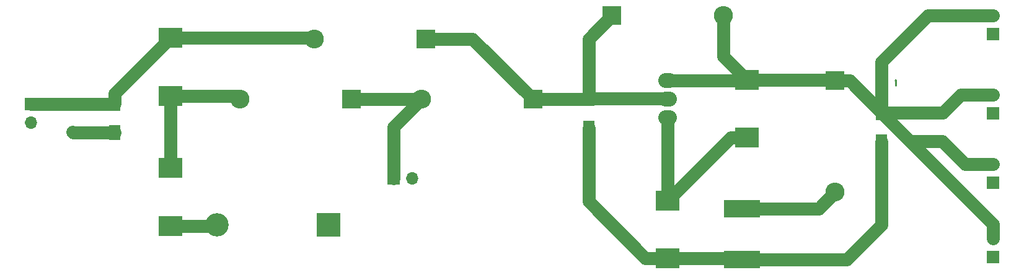
<source format=gbr>
G04 #@! TF.FileFunction,Copper,L1,Top,Signal*
%FSLAX46Y46*%
G04 Gerber Fmt 4.6, Leading zero omitted, Abs format (unit mm)*
G04 Created by KiCad (PCBNEW 4.0.5) date 02/22/17 18:23:54*
%MOMM*%
%LPD*%
G01*
G04 APERTURE LIST*
%ADD10C,0.127000*%
%ADD11R,1.700000X1.700000*%
%ADD12O,1.700000X1.700000*%
%ADD13R,1.600000X2.000000*%
%ADD14R,5.000000X2.400000*%
%ADD15R,2.600000X2.600000*%
%ADD16O,2.600000X2.600000*%
%ADD17R,3.200000X3.200000*%
%ADD18O,3.200000X3.200000*%
%ADD19R,3.200000X2.700000*%
%ADD20O,2.540000X2.032000*%
%ADD21C,0.600000*%
%ADD22C,0.250000*%
%ADD23C,1.778000*%
G04 APERTURE END LIST*
D10*
D11*
X55880000Y14605000D03*
D12*
X58420000Y14605000D03*
D13*
X17780000Y24860000D03*
X17780000Y20860000D03*
X82550000Y25495000D03*
X82550000Y21495000D03*
D14*
X103505000Y10485000D03*
X103505000Y3485000D03*
D13*
X122555000Y23590000D03*
X122555000Y19590000D03*
D15*
X60325000Y33655000D03*
D16*
X45085000Y33655000D03*
D15*
X50165000Y25400000D03*
D16*
X34925000Y25400000D03*
D15*
X74930000Y25400000D03*
D16*
X59690000Y25400000D03*
D15*
X85725000Y36830000D03*
D16*
X100965000Y36830000D03*
D15*
X116205000Y27940000D03*
D16*
X116205000Y12700000D03*
D11*
X6350000Y24765000D03*
D12*
X6350000Y22225000D03*
D11*
X137795000Y34290000D03*
D12*
X137795000Y36830000D03*
D11*
X137795000Y23495000D03*
D12*
X137795000Y26035000D03*
D11*
X137795000Y13970000D03*
D12*
X137795000Y16510000D03*
D11*
X137795000Y3810000D03*
D12*
X137795000Y6350000D03*
D17*
X46990000Y8255000D03*
D18*
X31750000Y8255000D03*
D19*
X25400000Y25895000D03*
X25400000Y33795000D03*
X25400000Y16015000D03*
X25400000Y8115000D03*
X104140000Y28080000D03*
X104140000Y20180000D03*
X93345000Y11570000D03*
X93345000Y3670000D03*
D20*
X93345000Y25400000D03*
X93345000Y27940000D03*
X93345000Y22860000D03*
D21*
X12065000Y20955000D03*
X82550000Y11430000D03*
X118110000Y3810000D03*
D22*
X124460000Y28035000D02*
X124460000Y27305000D01*
X124365000Y27940000D02*
X124460000Y28035000D01*
D23*
X55880000Y14605000D02*
X55880000Y21590000D01*
X55880000Y21590000D02*
X59690000Y25400000D01*
X59690000Y25400000D02*
X50165000Y25400000D01*
X12160000Y20860000D02*
X17780000Y20860000D01*
X12065000Y20955000D02*
X12160000Y20860000D01*
X122555000Y19590000D02*
X122555000Y8255000D01*
X122555000Y8255000D02*
X117785000Y3485000D01*
X93345000Y3670000D02*
X103320000Y3670000D01*
D22*
X103320000Y3670000D02*
X103505000Y3485000D01*
D23*
X117785000Y3485000D02*
X103505000Y3485000D01*
X118110000Y3810000D02*
X117785000Y3485000D01*
X93345000Y3670000D02*
X90310000Y3670000D01*
X90310000Y3670000D02*
X82550000Y11430000D01*
X82550000Y11430000D02*
X82550000Y21495000D01*
D22*
X103505000Y3485000D02*
X93530000Y3485000D01*
X93530000Y3485000D02*
X93345000Y3670000D01*
D23*
X25400000Y33795000D02*
X44945000Y33795000D01*
X44945000Y33795000D02*
X45085000Y33655000D01*
X17780000Y24860000D02*
X17780000Y26175000D01*
X17780000Y26175000D02*
X25400000Y33795000D01*
X6350000Y24765000D02*
X17685000Y24765000D01*
D22*
X17685000Y24765000D02*
X17780000Y24860000D01*
D23*
X74930000Y25400000D02*
X66675000Y33655000D01*
X66675000Y33655000D02*
X60325000Y33655000D01*
X82550000Y25495000D02*
X82550000Y33655000D01*
X82550000Y33655000D02*
X85725000Y36830000D01*
X82550000Y25495000D02*
X93250000Y25495000D01*
D22*
X93250000Y25495000D02*
X93345000Y25400000D01*
D23*
X74930000Y25400000D02*
X82455000Y25400000D01*
D22*
X82455000Y25400000D02*
X82550000Y25495000D01*
X82455000Y25400000D02*
X82550000Y25495000D01*
D23*
X103505000Y10485000D02*
X113990000Y10485000D01*
X113990000Y10485000D02*
X116205000Y12700000D01*
X137795000Y6350000D02*
X137795000Y8350000D01*
X137795000Y8350000D02*
X126460000Y19685000D01*
X137795000Y16510000D02*
X133985000Y16510000D01*
X126460000Y19685000D02*
X122555000Y23590000D01*
X130810000Y19685000D02*
X126460000Y19685000D01*
X133985000Y16510000D02*
X130810000Y19685000D01*
X122555000Y23590000D02*
X130905000Y23590000D01*
X133350000Y26035000D02*
X137795000Y26035000D01*
X130905000Y23590000D02*
X133350000Y26035000D01*
X116205000Y27940000D02*
X118205000Y27940000D01*
X118205000Y27940000D02*
X122555000Y23590000D01*
X122555000Y23590000D02*
X122555000Y30480000D01*
X122555000Y30480000D02*
X128905000Y36830000D01*
X128905000Y36830000D02*
X137795000Y36830000D01*
X104140000Y28080000D02*
X116065000Y28080000D01*
D22*
X116065000Y28080000D02*
X116205000Y27940000D01*
D23*
X93345000Y27940000D02*
X104000000Y27940000D01*
D22*
X104000000Y27940000D02*
X104140000Y28080000D01*
D23*
X100965000Y36830000D02*
X100965000Y31255000D01*
X100965000Y31255000D02*
X104140000Y28080000D01*
X25400000Y25895000D02*
X34430000Y25895000D01*
D22*
X34430000Y25895000D02*
X34925000Y25400000D01*
D23*
X25400000Y25895000D02*
X25400000Y16015000D01*
X25400000Y8115000D02*
X31610000Y8115000D01*
D22*
X31610000Y8115000D02*
X31750000Y8255000D01*
D23*
X93345000Y11570000D02*
X93345000Y22860000D01*
X104140000Y20180000D02*
X101955000Y20180000D01*
X101955000Y20180000D02*
X93345000Y11570000D01*
M02*

</source>
